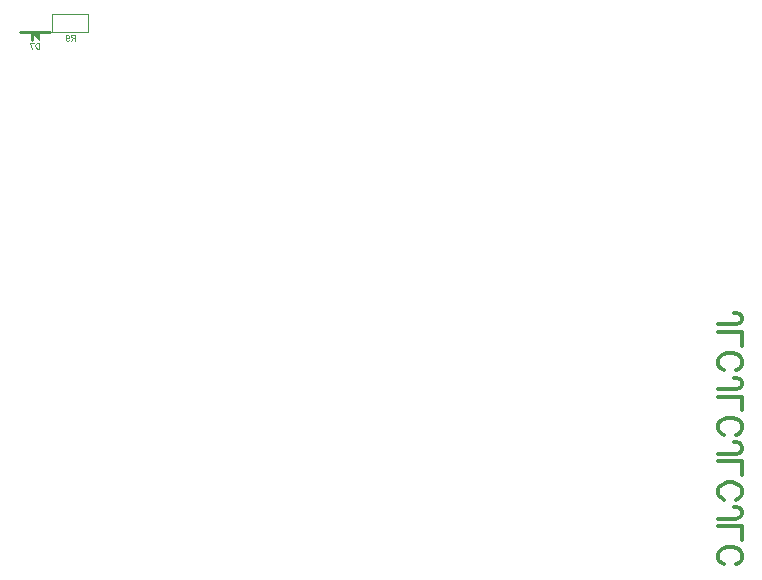
<source format=gbr>
G04 DipTrace 4.3.0.5*
G04 BottomSilk.gbr*
%MOMM*%
G04 #@! TF.FileFunction,Legend,Bot*
G04 #@! TF.Part,Single*
%ADD10C,0.25*%
%ADD14C,0.05*%
%ADD50C,0.07843*%
%ADD52C,0.31373*%
%FSLAX35Y35*%
G04*
G71*
G90*
G75*
G01*
G04 BotSilk*
%LPD*%
G36*
X-6154450Y-2020020D2*
Y-2088870D1*
X-6222260Y-2021930D1*
X-6154450Y-2020020D1*
G37*
X-6075160Y-2014300D2*
D10*
X-6330180Y-2015250D1*
X-6225110Y-2021930D2*
Y-2081150D1*
X-5748097Y-2011794D2*
D14*
X-5748103Y-1861794D1*
X-6058103Y-1861806D1*
X-6058097Y-2011806D1*
X-5748097Y-2011794D1*
X-416680Y-4490739D2*
D52*
X-261246D1*
X-232046Y-4481081D1*
X-222388Y-4471198D1*
X-212504Y-4451881D1*
Y-4432339D1*
X-222388Y-4413022D1*
X-232046Y-4403364D1*
X-261246Y-4393481D1*
X-280563D1*
X-416680Y-4553484D2*
X-212504D1*
Y-4670060D1*
X-368163Y-4878580D2*
X-387480Y-4868922D1*
X-407021Y-4849380D1*
X-416680Y-4830063D1*
Y-4791205D1*
X-407021Y-4771663D1*
X-387480Y-4752346D1*
X-368163Y-4742463D1*
X-338963Y-4732805D1*
X-290221D1*
X-261246Y-4742463D1*
X-241704Y-4752346D1*
X-222388Y-4771663D1*
X-212504Y-4791205D1*
Y-4830063D1*
X-222388Y-4849380D1*
X-241704Y-4868922D1*
X-261246Y-4878580D1*
X-416680Y-5038584D2*
X-261246D1*
X-232046Y-5028925D1*
X-222388Y-5019042D1*
X-212504Y-4999725D1*
Y-4980184D1*
X-222388Y-4960867D1*
X-232046Y-4951208D1*
X-261246Y-4941325D1*
X-280563D1*
X-416680Y-5101329D2*
X-212504D1*
Y-5217904D1*
X-368163Y-5426425D2*
X-387480Y-5416766D1*
X-407021Y-5397225D1*
X-416680Y-5377908D1*
Y-5339049D1*
X-407021Y-5319508D1*
X-387480Y-5300191D1*
X-368163Y-5290308D1*
X-338963Y-5280649D1*
X-290221D1*
X-261246Y-5290308D1*
X-241704Y-5300191D1*
X-222388Y-5319508D1*
X-212504Y-5339049D1*
Y-5377908D1*
X-222388Y-5397225D1*
X-241704Y-5416766D1*
X-261246Y-5426425D1*
X-416680Y-5586428D2*
X-261246D1*
X-232046Y-5576770D1*
X-222388Y-5566887D1*
X-212504Y-5547570D1*
Y-5528028D1*
X-222388Y-5508711D1*
X-232046Y-5499053D1*
X-261246Y-5489170D1*
X-280563D1*
X-416680Y-5649173D2*
X-212504D1*
Y-5765749D1*
X-368163Y-5974269D2*
X-387480Y-5964611D1*
X-407021Y-5945069D1*
X-416680Y-5925752D1*
Y-5886894D1*
X-407021Y-5867352D1*
X-387480Y-5848035D1*
X-368163Y-5838152D1*
X-338963Y-5828494D1*
X-290221D1*
X-261246Y-5838152D1*
X-241704Y-5848035D1*
X-222388Y-5867352D1*
X-212504Y-5886894D1*
Y-5925752D1*
X-222388Y-5945069D1*
X-241704Y-5964611D1*
X-261246Y-5974269D1*
X-416680Y-6134273D2*
X-261246D1*
X-232046Y-6124614D1*
X-222388Y-6114731D1*
X-212504Y-6095414D1*
Y-6075873D1*
X-222388Y-6056556D1*
X-232046Y-6046897D1*
X-261246Y-6037014D1*
X-280563D1*
X-416680Y-6197018D2*
X-212504D1*
Y-6313593D1*
X-368163Y-6522114D2*
X-387480Y-6512455D1*
X-407021Y-6492914D1*
X-416680Y-6473597D1*
Y-6434738D1*
X-407021Y-6415197D1*
X-387480Y-6395880D1*
X-368163Y-6385997D1*
X-338963Y-6376338D1*
X-290221D1*
X-261246Y-6385997D1*
X-241704Y-6395880D1*
X-222388Y-6415197D1*
X-212504Y-6434738D1*
Y-6473597D1*
X-222388Y-6492914D1*
X-241704Y-6512455D1*
X-261246Y-6522114D1*
X-6162228Y-2106100D2*
D50*
Y-2157144D1*
X-6179242D1*
X-6186542Y-2154673D1*
X-6191428Y-2149844D1*
X-6193842Y-2144958D1*
X-6196257Y-2137715D1*
Y-2125529D1*
X-6193842Y-2118229D1*
X-6191428Y-2113400D1*
X-6186542Y-2108515D1*
X-6179242Y-2106100D1*
X-6162228D1*
X-6221658Y-2157144D2*
X-6245972Y-2106156D1*
X-6211943D1*
X-5859435Y-2061943D2*
X-5881279Y-2061944D1*
X-5888579Y-2059474D1*
X-5891050Y-2057059D1*
X-5893465Y-2052230D1*
Y-2047345D1*
X-5891050Y-2042515D1*
X-5888580Y-2040044D1*
X-5881280Y-2037629D1*
X-5859436D1*
X-5859434Y-2088672D1*
X-5876450Y-2061944D2*
X-5893463Y-2088674D1*
X-5940765Y-2054646D2*
X-5938294Y-2061946D1*
X-5933465Y-2066831D1*
X-5926165Y-2069246D1*
X-5923750D1*
X-5916450Y-2066831D1*
X-5911621Y-2061945D1*
X-5909151Y-2054645D1*
Y-2052230D1*
X-5911622Y-2044931D1*
X-5916451Y-2040102D1*
X-5923751Y-2037687D1*
X-5926166D1*
X-5933466Y-2040102D1*
X-5938295Y-2044932D1*
X-5940765Y-2054646D1*
Y-2066832D1*
X-5938294Y-2078961D1*
X-5933464Y-2086261D1*
X-5926164Y-2088675D1*
X-5921335D1*
X-5914035Y-2086260D1*
X-5911621Y-2081374D1*
M02*

</source>
